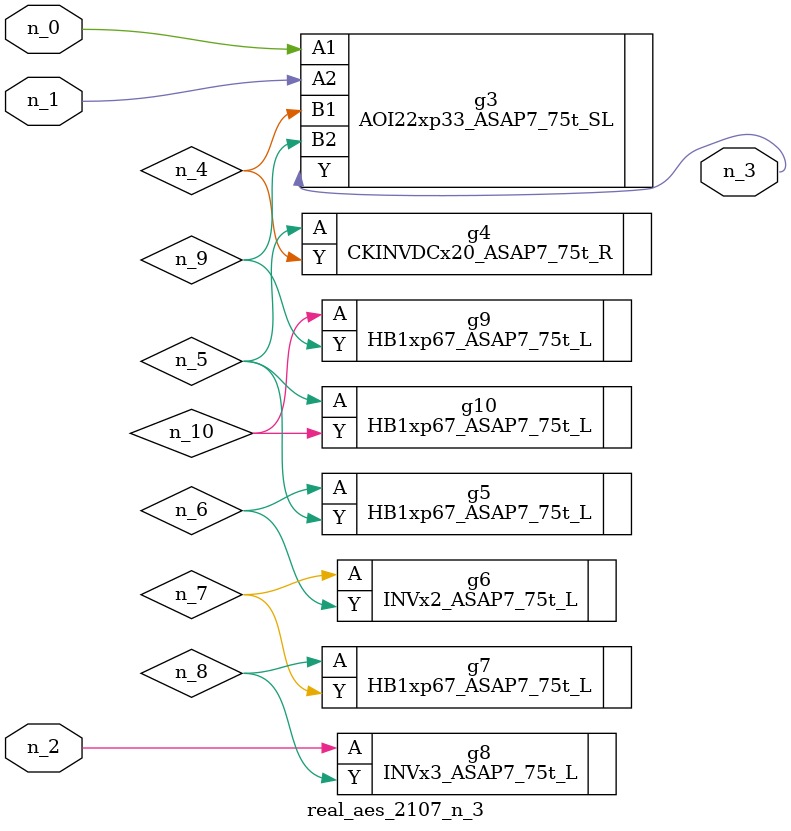
<source format=v>
module real_aes_2107_n_3 (n_0, n_2, n_1, n_3);
input n_0;
input n_2;
input n_1;
output n_3;
wire n_4;
wire n_5;
wire n_7;
wire n_9;
wire n_6;
wire n_8;
wire n_10;
AOI22xp33_ASAP7_75t_SL g3 ( .A1(n_0), .A2(n_1), .B1(n_4), .B2(n_9), .Y(n_3) );
INVx3_ASAP7_75t_L g8 ( .A(n_2), .Y(n_8) );
CKINVDCx20_ASAP7_75t_R g4 ( .A(n_5), .Y(n_4) );
HB1xp67_ASAP7_75t_L g10 ( .A(n_5), .Y(n_10) );
HB1xp67_ASAP7_75t_L g5 ( .A(n_6), .Y(n_5) );
INVx2_ASAP7_75t_L g6 ( .A(n_7), .Y(n_6) );
HB1xp67_ASAP7_75t_L g7 ( .A(n_8), .Y(n_7) );
HB1xp67_ASAP7_75t_L g9 ( .A(n_10), .Y(n_9) );
endmodule
</source>
